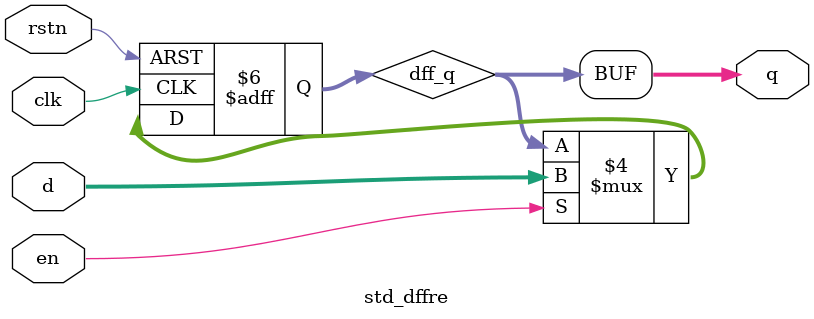
<source format=v>
module performance_monitor (
	sa_local_vld_i,
	sa_global_inport_read_vld_i,
	vc_credit_counter_toN_i,
	vc_credit_counter_toS_i,
	vc_credit_counter_toE_i,
	vc_credit_counter_toW_i,
	vc_credit_counter_toL_i,
	node_id_x_ths_hop_i,
	node_id_y_ths_hop_i,
	clk,
	rstn
);
	parameter INPUT_PORT_NUM = 5;
	parameter OUTPUT_PORT_NUM = 5;
	parameter LOCAL_PORT_NUM = INPUT_PORT_NUM - 4;
	parameter VC_NUM_INPUT_N = 1 + LOCAL_PORT_NUM;
	parameter VC_NUM_INPUT_S = 1 + LOCAL_PORT_NUM;
	parameter VC_NUM_INPUT_E = 3 + LOCAL_PORT_NUM;
	parameter VC_NUM_INPUT_W = 3 + LOCAL_PORT_NUM;
	parameter VC_NUM_INPUT_L = 4;
	parameter VC_DEPTH_INPUT_N = 2;
	parameter VC_DEPTH_INPUT_S = 2;
	parameter VC_DEPTH_INPUT_E = 2;
	parameter VC_DEPTH_INPUT_W = 2;
	parameter VC_DEPTH_INPUT_L = 2;
	parameter VC_DEPTH_INPUT_N_COUNTER_W = $clog2(VC_DEPTH_INPUT_N + 1);
	parameter VC_DEPTH_INPUT_S_COUNTER_W = $clog2(VC_DEPTH_INPUT_S + 1);
	parameter VC_DEPTH_INPUT_E_COUNTER_W = $clog2(VC_DEPTH_INPUT_E + 1);
	parameter VC_DEPTH_INPUT_W_COUNTER_W = $clog2(VC_DEPTH_INPUT_W + 1);
	parameter VC_DEPTH_INPUT_L_COUNTER_W = $clog2(VC_DEPTH_INPUT_L + 1);
	input wire [INPUT_PORT_NUM - 1:0] sa_local_vld_i;
	input wire [INPUT_PORT_NUM - 1:0] sa_global_inport_read_vld_i;
	input wire [(VC_NUM_INPUT_N * VC_DEPTH_INPUT_N_COUNTER_W) - 1:0] vc_credit_counter_toN_i;
	input wire [(VC_NUM_INPUT_S * VC_DEPTH_INPUT_S_COUNTER_W) - 1:0] vc_credit_counter_toS_i;
	input wire [(VC_NUM_INPUT_E * VC_DEPTH_INPUT_E_COUNTER_W) - 1:0] vc_credit_counter_toE_i;
	input wire [(VC_NUM_INPUT_W * VC_DEPTH_INPUT_W_COUNTER_W) - 1:0] vc_credit_counter_toW_i;
	input wire [((LOCAL_PORT_NUM * VC_NUM_INPUT_L) * VC_DEPTH_INPUT_L_COUNTER_W) - 1:0] vc_credit_counter_toL_i;
	localparam rvh_noc_pkg_NodeID_X_Width = 2;
	input wire [1:0] node_id_x_ths_hop_i;
	localparam rvh_noc_pkg_NodeID_Y_Width = 2;
	input wire [1:0] node_id_y_ths_hop_i;
	input wire clk;
	input wire rstn;
	genvar i;
	reg [(INPUT_PORT_NUM * 64) - 1:0] sa_local_vld_counter_d;
	wire [(INPUT_PORT_NUM * 64) - 1:0] sa_local_vld_counter_q;
	reg [INPUT_PORT_NUM - 1:0] sa_local_vld_counter_ena;
	reg [(INPUT_PORT_NUM * 64) - 1:0] sa_global_inport_read_vld_counter_d;
	wire [(INPUT_PORT_NUM * 64) - 1:0] sa_global_inport_read_vld_counter_q;
	reg [INPUT_PORT_NUM - 1:0] sa_global_inport_read_vld_counter_ena;
	always @(*) begin
		sa_local_vld_counter_d = sa_local_vld_counter_q;
		sa_local_vld_counter_ena = 1'sb0;
		sa_global_inport_read_vld_counter_d = sa_global_inport_read_vld_counter_q;
		sa_global_inport_read_vld_counter_ena = 1'sb0;
		begin : sv2v_autoblock_1
			reg signed [31:0] i;
			for (i = 0; i < INPUT_PORT_NUM; i = i + 1)
				begin
					if (sa_local_vld_i[i]) begin
						sa_local_vld_counter_d[i * 64+:64] = sa_local_vld_counter_d[i * 64+:64] + 1;
						sa_local_vld_counter_ena[i] = 1'b1;
					end
					if (sa_global_inport_read_vld_i[i]) begin
						sa_global_inport_read_vld_counter_d[i * 64+:64] = sa_global_inport_read_vld_counter_d[i * 64+:64] + 1;
						sa_global_inport_read_vld_counter_ena[i] = 1'b1;
					end
				end
		end
	end
	generate
		for (i = 0; i < INPUT_PORT_NUM; i = i + 1) begin : genblk1
			std_dffre #(.WIDTH(64)) U_DAT_SA_LOCAL_VLD_COUNTER(
				.clk(clk),
				.rstn(rstn),
				.en(sa_local_vld_counter_ena[i]),
				.d(sa_local_vld_counter_d[i * 64+:64]),
				.q(sa_local_vld_counter_q[i * 64+:64])
			);
			std_dffre #(.WIDTH(64)) U_DAT_SA_GLOBAL_INPORT_READ_VLD_COUNTER(
				.clk(clk),
				.rstn(rstn),
				.en(sa_global_inport_read_vld_counter_ena[i]),
				.d(sa_global_inport_read_vld_counter_d[i * 64+:64]),
				.q(sa_global_inport_read_vld_counter_q[i * 64+:64])
			);
		end
	endgenerate
endmodule
module std_dffre (
	clk,
	rstn,
	en,
	d,
	q
);
	parameter WIDTH = 8;
	input clk;
	input rstn;
	input en;
	input [WIDTH - 1:0] d;
	output wire [WIDTH - 1:0] q;
	reg [WIDTH - 1:0] dff_q;
	always @(posedge clk or negedge rstn)
		if (~rstn)
			dff_q <= {WIDTH {1'b0}};
		else if (en)
			dff_q <= d;
	assign q = dff_q;
endmodule

</source>
